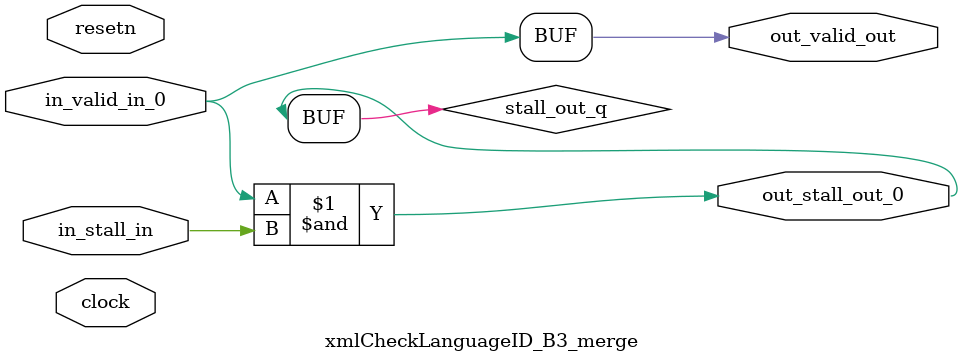
<source format=sv>



(* altera_attribute = "-name AUTO_SHIFT_REGISTER_RECOGNITION OFF; -name MESSAGE_DISABLE 10036; -name MESSAGE_DISABLE 10037; -name MESSAGE_DISABLE 14130; -name MESSAGE_DISABLE 14320; -name MESSAGE_DISABLE 15400; -name MESSAGE_DISABLE 14130; -name MESSAGE_DISABLE 10036; -name MESSAGE_DISABLE 12020; -name MESSAGE_DISABLE 12030; -name MESSAGE_DISABLE 12010; -name MESSAGE_DISABLE 12110; -name MESSAGE_DISABLE 14320; -name MESSAGE_DISABLE 13410; -name MESSAGE_DISABLE 113007; -name MESSAGE_DISABLE 10958" *)
module xmlCheckLanguageID_B3_merge (
    input wire [0:0] in_stall_in,
    input wire [0:0] in_valid_in_0,
    output wire [0:0] out_stall_out_0,
    output wire [0:0] out_valid_out,
    input wire clock,
    input wire resetn
    );

    wire [0:0] stall_out_q;


    // stall_out(LOGICAL,6)
    assign stall_out_q = in_valid_in_0 & in_stall_in;

    // out_stall_out_0(GPOUT,4)
    assign out_stall_out_0 = stall_out_q;

    // out_valid_out(GPOUT,5)
    assign out_valid_out = in_valid_in_0;

endmodule

</source>
